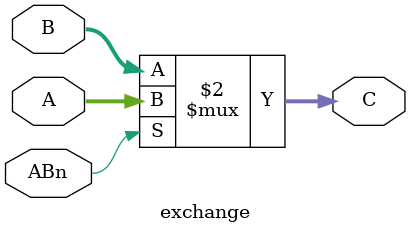
<source format=v>
module exchange (A, B, C, ABn);
    input[2 - 1:0] A; 
    input[2 - 1:0] B; 
    output[2 - 1:0] C; 
    wire[2 - 1:0] C;
    input ABn; 
    assign C = (ABn == 1'b1) ? A : B ;
 endmodule
</source>
